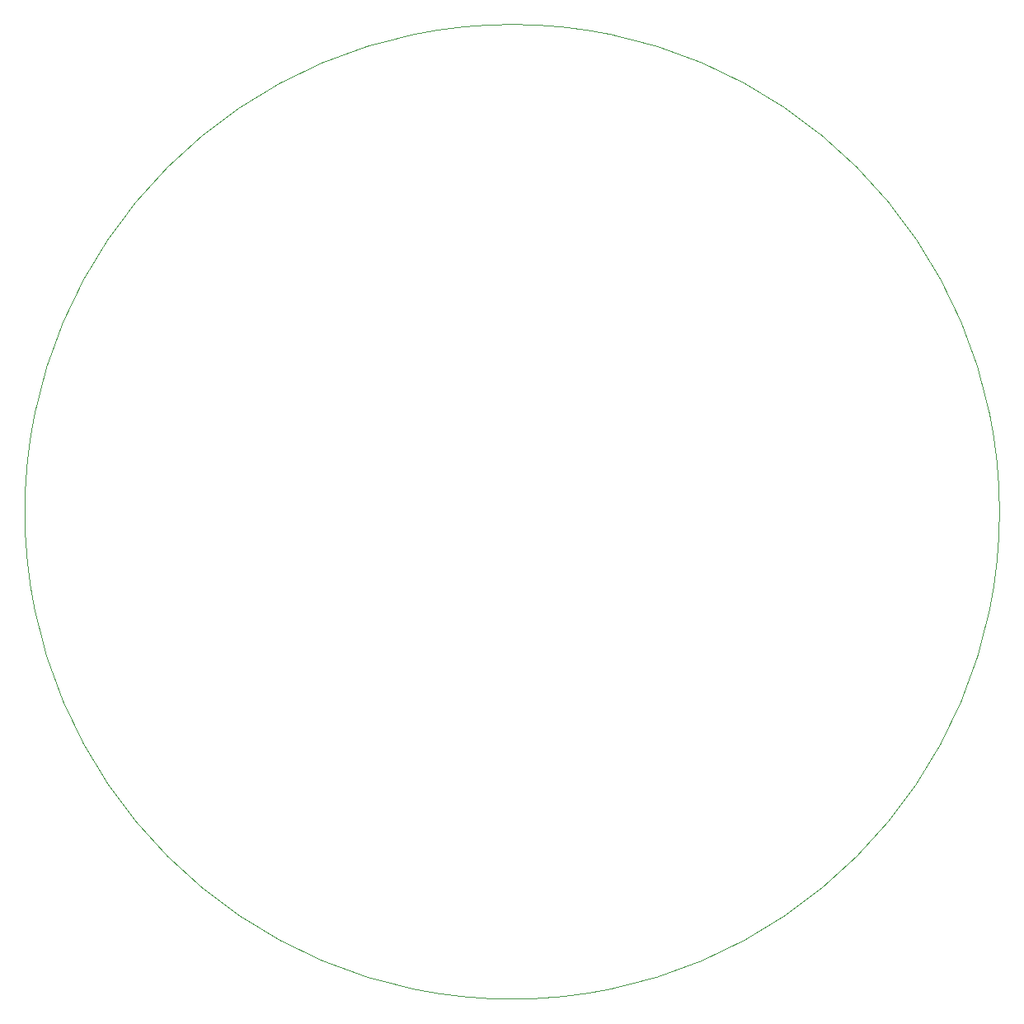
<source format=gbr>
%TF.GenerationSoftware,KiCad,Pcbnew,7.0.5*%
%TF.CreationDate,2023-06-16T10:57:35+02:00*%
%TF.ProjectId,maglev cv2,6d61676c-6576-4206-9376-322e6b696361,rev?*%
%TF.SameCoordinates,Original*%
%TF.FileFunction,Profile,NP*%
%FSLAX46Y46*%
G04 Gerber Fmt 4.6, Leading zero omitted, Abs format (unit mm)*
G04 Created by KiCad (PCBNEW 7.0.5) date 2023-06-16 10:57:35*
%MOMM*%
%LPD*%
G01*
G04 APERTURE LIST*
%TA.AperFunction,Profile*%
%ADD10C,0.100000*%
%TD*%
G04 APERTURE END LIST*
D10*
X196226360Y-99250000D02*
G75*
G03*
X196226360Y-99250000I-50043860J0D01*
G01*
M02*

</source>
